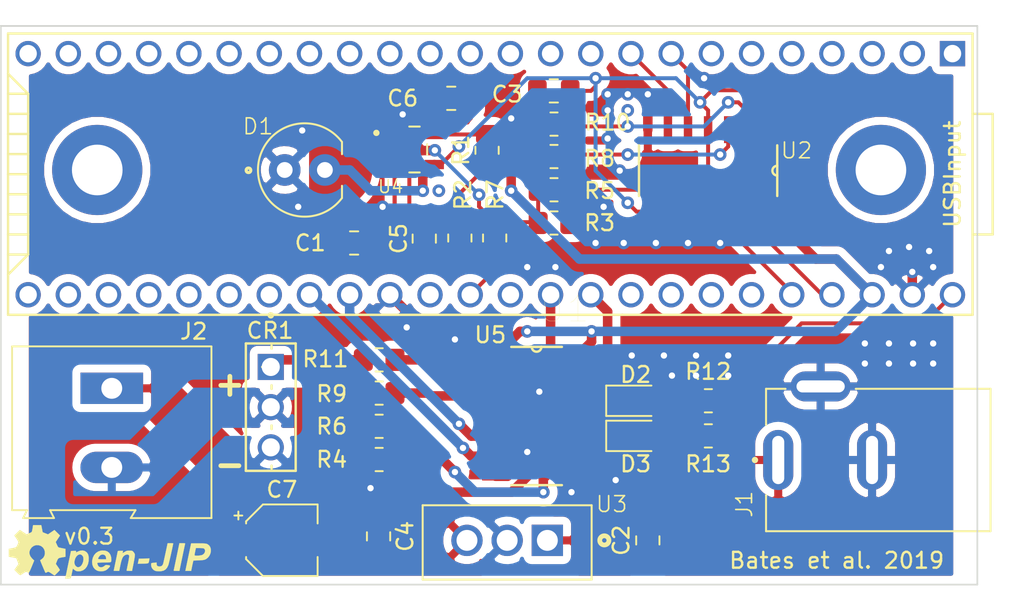
<source format=kicad_pcb>
(kicad_pcb (version 20171130) (host pcbnew "(5.1.8-0-10_14)")
  (layers (0 F.Cu signal) (31 B.Cu signal) (34 B.Paste user) (35 F.Paste user) (36 B.SilkS user) (37 F.SilkS user) (38 B.Mask user) (39 F.Mask user) (44 Edge.Cuts user))
  (net 0 "")
  (net 1 "Net-(C1-Pad2)")
  (net 2 GNDA)
  (net 3 GND)
  (net 4 /Out)
  (net 5 /-IN)
  (net 6 "Net-(C4-Pad2)")
  (net 7 "Net-(C5-Pad2)")
  (net 8 +3V3)
  (net 9 "Net-(C7-Pad2)")
  (net 10 /TrigOut)
  (net 11 "Net-(D2-Pad2)")
  (net 12 "Net-(R3-Pad2)")
  (net 13 "Net-(R4-Pad2)")
  (net 14 "Net-(R5-Pad2)")
  (net 15 "Net-(R6-Pad2)")
  (net 16 FluoroRead)
  (net 17 "Net-(R8-Pad2)")
  (net 18 "Net-(R9-Pad2)")
  (net 19 "Net-(R10-Pad2)")
  (net 20 "Net-(R11-Pad2)")
  (net 21 +5V)
  (net 22 ActinicGain2)
  (net 23 ActinicGain3)
  (net 24 ActinicGain4)
  (net 25 ActinicGain1)
  (net 26 FluoroGain1)
  (net 27 FluoroGain4)
  (net 28 FluoroGain3)
  (net 29 FluoroGain2)
  (net 30 "Net-(U5-Pad17)")
  (net 31 "Net-(U5-Pad18)")
  (net 32 "Net-(U5-Pad19)")
  (net 33 "Net-(U5-Pad20)")
  (net 34 "Net-(U5-Pad16)")
  (net 35 "Net-(U5-Pad15)")
  (net 36 "Net-(U5-Pad14)")
  (net 37 "Net-(U5-Pad21)")
  (net 38 "Net-(U5-Pad22)")
  (net 39 "Net-(U5-Pad23)")
  (net 40 "Net-(U5-Pad24)")
  (net 41 "Net-(U5-Pad30)")
  (net 42 "Net-(U5-Pad31)")
  (net 43 "Net-(U5-Pad36)")
  (net 44 "Net-(U5-Pad13)")
  (net 45 "Net-(U5-Pad12)")
  (net 46 "Net-(U5-Pad11)")
  (net 47 "Net-(U5-Pad6)")
  (net 48 "Net-(U5-Pad5)")
  (net 49 "Net-(U5-Pad4)")
  (net 50 "Net-(U5-Pad3)")
  (net 51 "Net-(U5-Pad2)")
  (net 52 "Net-(U5-Pad1)")
  (net 53 "Net-(U5-Pad40)")
  (net 54 "Net-(U5-Pad42)")
  (net 55 "Net-(U5-Pad45)")
  (net 56 "Net-(U5-Pad46)")
  (net 57 "Net-(U5-Pad47)")
  (net 58 "Net-(U5-Pad48)")
  (net 59 +15V)
  (net 60 "Net-(D3-Pad2)")
  (net 61 "Net-(U5-Pad10)")
  (net 62 "Net-(U5-Pad7)")
  (net 63 "Net-(U5-Pad32)")
  (net 64 "Net-(U5-Pad35)")
  (net 65 "Net-(U5-Pad33)")
  (net 66 "Net-(U5-Pad34)")
  (module Silkscreen_Images:Open-JIP_Logo (layer F.Cu) (at 136.144 106.172)
    (fp_text reference G*** hide)
    (fp_text value LOGO hide)
  )
  (module MountingHole:MountingHole_3.2mm_M3_ISO7380_Pad (layer F.Cu) (at 184.912 82)
    (fp_text reference REF** hide)
    (fp_text value MountingHole_3.2mm_M3_ISO7380_Pad hide)
    (pad 1 thru_hole circle (at 0 0) (size 5.7 5.7) (drill 3.2) (layers *.Cu *.Mask))
  )
  (module Teensy:Teensy35_36 (layer F.Cu) (at 160.225001 82.265001 180)
    (fp_text reference U5 (at 0 -10.16) (layer F.SilkS))
    (fp_text value Teensy3.6)
    (fp_text user USBInput (at -29.21 0 90) (layer F.SilkS))
    (pad 17 thru_hole circle (at 11.43 7.62 180) (size 1.6 1.6) (drill 1.1) (layers *.Cu *.Mask) (net 30 "Net-(U5-Pad17)"))
    (pad 18 thru_hole circle (at 13.97 7.62 180) (size 1.6 1.6) (drill 1.1) (layers *.Cu *.Mask) (net 31 "Net-(U5-Pad18)"))
    (pad 19 thru_hole circle (at 16.51 7.62 180) (size 1.6 1.6) (drill 1.1) (layers *.Cu *.Mask) (net 32 "Net-(U5-Pad19)"))
    (pad 20 thru_hole circle (at 19.05 7.62 180) (size 1.6 1.6) (drill 1.1) (layers *.Cu *.Mask) (net 33 "Net-(U5-Pad20)"))
    (pad 16 thru_hole circle (at 8.89 7.62 180) (size 1.6 1.6) (drill 1.1) (layers *.Cu *.Mask) (net 34 "Net-(U5-Pad16)"))
    (pad 15 thru_hole circle (at 6.35 7.62 180) (size 1.6 1.6) (drill 1.1) (layers *.Cu *.Mask) (net 35 "Net-(U5-Pad15)"))
    (pad 14 thru_hole circle (at 3.81 7.62 180) (size 1.6 1.6) (drill 1.1) (layers *.Cu *.Mask) (net 36 "Net-(U5-Pad14)"))
    (pad 21 thru_hole circle (at 21.59 7.62 180) (size 1.6 1.6) (drill 1.1) (layers *.Cu *.Mask) (net 37 "Net-(U5-Pad21)"))
    (pad 22 thru_hole circle (at 24.13 7.62 180) (size 1.6 1.6) (drill 1.1) (layers *.Cu *.Mask) (net 38 "Net-(U5-Pad22)"))
    (pad 23 thru_hole circle (at 26.67 7.62 180) (size 1.6 1.6) (drill 1.1) (layers *.Cu *.Mask) (net 39 "Net-(U5-Pad23)"))
    (pad 24 thru_hole circle (at 29.21 7.62 180) (size 1.6 1.6) (drill 1.1) (layers *.Cu *.Mask) (net 40 "Net-(U5-Pad24)"))
    (pad 30 thru_hole circle (at 29.21 -7.62 180) (size 1.6 1.6) (drill 1.1) (layers *.Cu *.Mask) (net 41 "Net-(U5-Pad30)"))
    (pad 31 thru_hole circle (at 26.67 -7.62 180) (size 1.6 1.6) (drill 1.1) (layers *.Cu *.Mask) (net 42 "Net-(U5-Pad31)"))
    (pad 32 thru_hole circle (at 24.13 -7.62 180) (size 1.6 1.6) (drill 1.1) (layers *.Cu *.Mask) (net 63 "Net-(U5-Pad32)"))
    (pad 33 thru_hole circle (at 21.59 -7.62 180) (size 1.6 1.6) (drill 1.1) (layers *.Cu *.Mask) (net 65 "Net-(U5-Pad33)"))
    (pad 34 thru_hole circle (at 19.05 -7.62 180) (size 1.6 1.6) (drill 1.1) (layers *.Cu *.Mask) (net 66 "Net-(U5-Pad34)"))
    (pad 35 thru_hole circle (at 16.51 -7.62 180) (size 1.6 1.6) (drill 1.1) (layers *.Cu *.Mask) (net 64 "Net-(U5-Pad35)"))
    (pad 36 thru_hole circle (at 13.97 -7.62 180) (size 1.6 1.6) (drill 1.1) (layers *.Cu *.Mask) (net 43 "Net-(U5-Pad36)"))
    (pad 37 thru_hole circle (at 11.43 -7.62 180) (size 1.6 1.6) (drill 1.1) (layers *.Cu *.Mask) (net 23 ActinicGain3))
    (pad 13 thru_hole circle (at 1.27 7.62 180) (size 1.6 1.6) (drill 1.1) (layers *.Cu *.Mask) (net 44 "Net-(U5-Pad13)"))
    (pad 12 thru_hole circle (at -1.27 7.62 180) (size 1.6 1.6) (drill 1.1) (layers *.Cu *.Mask) (net 45 "Net-(U5-Pad12)"))
    (pad 11 thru_hole circle (at -3.81 7.62 180) (size 1.6 1.6) (drill 1.1) (layers *.Cu *.Mask) (net 46 "Net-(U5-Pad11)"))
    (pad 10 thru_hole circle (at -6.35 7.62 180) (size 1.6 1.6) (drill 1.1) (layers *.Cu *.Mask) (net 61 "Net-(U5-Pad10)"))
    (pad 9 thru_hole circle (at -8.89 7.62 180) (size 1.6 1.6) (drill 1.1) (layers *.Cu *.Mask) (net 28 FluoroGain3))
    (pad 8 thru_hole circle (at -11.43 7.62 180) (size 1.6 1.6) (drill 1.1) (layers *.Cu *.Mask) (net 29 FluoroGain2))
    (pad 7 thru_hole circle (at -13.97 7.62 180) (size 1.6 1.6) (drill 1.1) (layers *.Cu *.Mask) (net 62 "Net-(U5-Pad7)"))
    (pad 6 thru_hole circle (at -16.51 7.62 180) (size 1.6 1.6) (drill 1.1) (layers *.Cu *.Mask) (net 47 "Net-(U5-Pad6)"))
    (pad 5 thru_hole circle (at -19.05 7.62 180) (size 1.6 1.6) (drill 1.1) (layers *.Cu *.Mask) (net 48 "Net-(U5-Pad5)"))
    (pad 4 thru_hole circle (at -21.59 7.62 180) (size 1.6 1.6) (drill 1.1) (layers *.Cu *.Mask) (net 49 "Net-(U5-Pad4)"))
    (pad 3 thru_hole circle (at -24.13 7.62 180) (size 1.6 1.6) (drill 1.1) (layers *.Cu *.Mask) (net 50 "Net-(U5-Pad3)"))
    (pad 2 thru_hole circle (at -26.67 7.62 180) (size 1.6 1.6) (drill 1.1) (layers *.Cu *.Mask) (net 51 "Net-(U5-Pad2)"))
    (pad 1 thru_hole rect (at -29.21 7.62 180) (size 1.6 1.6) (drill 1.1) (layers *.Cu *.Mask) (net 52 "Net-(U5-Pad1)"))
    (pad 38 thru_hole circle (at 8.89 -7.62 180) (size 1.6 1.6) (drill 1.1) (layers *.Cu *.Mask) (net 22 ActinicGain2))
    (pad 39 thru_hole circle (at 6.35 -7.62 180) (size 1.6 1.6) (drill 1.1) (layers *.Cu *.Mask) (net 3 GND))
    (pad 40 thru_hole circle (at 3.81 -7.62 180) (size 1.6 1.6) (drill 1.1) (layers *.Cu *.Mask) (net 53 "Net-(U5-Pad40)"))
    (pad 41 thru_hole circle (at 1.27 -7.62 180) (size 1.6 1.6) (drill 1.1) (layers *.Cu *.Mask) (net 16 FluoroRead))
    (pad 42 thru_hole circle (at -1.27 -7.62 180) (size 1.6 1.6) (drill 1.1) (layers *.Cu *.Mask) (net 54 "Net-(U5-Pad42)"))
    (pad 43 thru_hole circle (at -3.81 -7.62 180) (size 1.6 1.6) (drill 1.1) (layers *.Cu *.Mask) (net 25 ActinicGain1))
    (pad 44 thru_hole circle (at -6.35 -7.62 180) (size 1.6 1.6) (drill 1.1) (layers *.Cu *.Mask) (net 24 ActinicGain4))
    (pad 45 thru_hole circle (at -8.89 -7.62 180) (size 1.6 1.6) (drill 1.1) (layers *.Cu *.Mask) (net 55 "Net-(U5-Pad45)"))
    (pad 46 thru_hole circle (at -11.43 -7.62 180) (size 1.6 1.6) (drill 1.1) (layers *.Cu *.Mask) (net 56 "Net-(U5-Pad46)"))
    (pad 47 thru_hole circle (at -13.97 -7.62 180) (size 1.6 1.6) (drill 1.1) (layers *.Cu *.Mask) (net 57 "Net-(U5-Pad47)"))
    (pad 48 thru_hole circle (at -16.51 -7.62 180) (size 1.6 1.6) (drill 1.1) (layers *.Cu *.Mask) (net 58 "Net-(U5-Pad48)"))
    (pad 49 thru_hole circle (at -19.05 -7.62 180) (size 1.6 1.6) (drill 1.1) (layers *.Cu *.Mask) (net 27 FluoroGain4))
    (pad 50 thru_hole circle (at -21.59 -7.62 180) (size 1.6 1.6) (drill 1.1) (layers *.Cu *.Mask) (net 26 FluoroGain1))
    (pad 51 thru_hole circle (at -24.13 -7.62 180) (size 1.6 1.6) (drill 1.1) (layers *.Cu *.Mask) (net 8 +3V3))
    (pad 52 thru_hole circle (at -26.67 -7.62 180) (size 1.6 1.6) (drill 1.1) (layers *.Cu *.Mask) (net 2 GNDA))
    (pad 53 thru_hole circle (at -29.21 -7.62 180) (size 1.6 1.6) (drill 1.1) (layers *.Cu *.Mask) (net 21 +5V))
  )
  (module MountingHole:MountingHole_3.2mm_M3_ISO7380_Pad (layer F.Cu) (at 135.382 82)
    (fp_text reference REF** hide)
    (fp_text value MountingHole_3.2mm_M3_ISO7380_Pad hide)
    (pad 1 thru_hole circle (at 0 0) (size 5.7 5.7) (drill 3.2) (layers *.Cu *.Mask))
  )
  (module Additional-parts:DCJack_MPD_EJ503A (layer F.Cu) (at 181.102 100.33 90)
    (fp_text reference J1 (at -2.794 -4.826 90) (layer F.SilkS) (effects (font (thickness 0.1))))
    (fp_text value EJ503A)
    (pad 1 thru_hole oval (at 0 -2.68 90) (size 3.8 1.9) (drill oval 3.05 0.76) (layers *.Cu *.Mask) (net 59 +15V))
    (pad 2 thru_hole oval (at 0 3.25 90) (size 3.8 1.9) (drill oval 3.05 0.76) (layers *.Cu *.Mask) (net 3 GND))
    (pad 3 thru_hole oval (at 4.65 0 90) (size 1.9 3.8) (drill oval 0.76 3.05) (layers *.Cu *.Mask) (net 3 GND))
  )
  (module Resistor_SMD:R_0805_2012Metric_Pad1.20x1.40mm_HandSolder (layer F.Cu) (at 174.006 98.806 180)
    (fp_text reference R13 (at 0.016 -1.778) (layer F.SilkS))
    (fp_text value 15K)
    (pad 2 smd roundrect (at 1 0 180) (size 1.2 1.4) (layers F.Cu F.Paste F.Mask) (roundrect_rratio 0.208333) (net 60 "Net-(D3-Pad2)"))
    (pad 1 smd roundrect (at -1 0 180) (size 1.2 1.4) (layers F.Cu F.Paste F.Mask) (roundrect_rratio 0.208333) (net 59 +15V))
  )
  (module LED_SMD:LED_0805_2012Metric_Pad1.15x1.40mm_HandSolder (layer F.Cu) (at 169.409 98.806)
    (fp_text reference D3 (at 0 1.778) (layer F.SilkS))
    (fp_text value LED)
    (pad 2 smd roundrect (at 1.025 0) (size 1.15 1.4) (layers F.Cu F.Paste F.Mask) (roundrect_rratio 0.217391) (net 60 "Net-(D3-Pad2)"))
    (pad 1 smd roundrect (at -1.025 0) (size 1.15 1.4) (layers F.Cu F.Paste F.Mask) (roundrect_rratio 0.217391) (net 3 GND))
  )
  (module Capacitor_SMD:C_0805_2012Metric_Pad1.18x1.45mm_HandSolder (layer F.Cu) (at 151.6165 86.614)
    (fp_text reference C1 (at -2.7725 0) (layer F.SilkS))
    (fp_text value 100nF)
    (pad 2 smd roundrect (at 1.0375 0) (size 1.175 1.45) (layers F.Cu F.Paste F.Mask) (roundrect_rratio 0.212766) (net 1 "Net-(C1-Pad2)"))
    (pad 1 smd roundrect (at -1.0375 0) (size 1.175 1.45) (layers F.Cu F.Paste F.Mask) (roundrect_rratio 0.212766) (net 2 GNDA))
  )
  (module Capacitor_SMD:C_0805_2012Metric_Pad1.18x1.45mm_HandSolder (layer F.Cu) (at 170.18 105.41 90)
    (fp_text reference C2 (at 0 -1.68 90) (layer F.SilkS))
    (fp_text value 330nF)
    (pad 1 smd roundrect (at -1.0375 0 90) (size 1.175 1.45) (layers F.Cu F.Paste F.Mask) (roundrect_rratio 0.212766) (net 3 GND))
    (pad 2 smd roundrect (at 1.0375 0 90) (size 1.175 1.45) (layers F.Cu F.Paste F.Mask) (roundrect_rratio 0.212766) (net 59 +15V))
  )
  (module Capacitor_SMD:C_0805_2012Metric_Pad1.18x1.45mm_HandSolder (layer F.Cu) (at 164.2375 77)
    (fp_text reference C3 (at -2.9475 0.216) (layer F.SilkS))
    (fp_text value 1pF)
    (pad 1 smd roundrect (at -1.0375 0) (size 1.175 1.45) (layers F.Cu F.Paste F.Mask) (roundrect_rratio 0.212766) (net 4 /Out))
    (pad 2 smd roundrect (at 1.0375 0) (size 1.175 1.45) (layers F.Cu F.Paste F.Mask) (roundrect_rratio 0.212766) (net 5 /-IN))
  )
  (module Capacitor_SMD:C_0805_2012Metric_Pad1.18x1.45mm_HandSolder (layer F.Cu) (at 153.162 105.156 270)
    (fp_text reference C4 (at 0 -1.68 90) (layer F.SilkS))
    (fp_text value 100nF)
    (pad 2 smd roundrect (at 1.0375 0 270) (size 1.175 1.45) (layers F.Cu F.Paste F.Mask) (roundrect_rratio 0.212766) (net 6 "Net-(C4-Pad2)"))
    (pad 1 smd roundrect (at -1.0375 0 270) (size 1.175 1.45) (layers F.Cu F.Paste F.Mask) (roundrect_rratio 0.212766) (net 3 GND))
  )
  (module Capacitor_SMD:C_0805_2012Metric_Pad1.18x1.45mm_HandSolder (layer F.Cu) (at 156.05 86.3375 90)
    (fp_text reference C5 (at 0 -1.618 90) (layer F.SilkS))
    (fp_text value 100nF)
    (pad 2 smd roundrect (at 1.0375 0 90) (size 1.175 1.45) (layers F.Cu F.Paste F.Mask) (roundrect_rratio 0.212766) (net 7 "Net-(C5-Pad2)"))
    (pad 1 smd roundrect (at -1.0375 0 90) (size 1.175 1.45) (layers F.Cu F.Paste F.Mask) (roundrect_rratio 0.212766) (net 2 GNDA))
  )
  (module Capacitor_SMD:C_0805_2012Metric_Pad1.18x1.45mm_HandSolder (layer F.Cu) (at 157.7555 77.47 180)
    (fp_text reference C6 (at 3.0695 0) (layer F.SilkS))
    (fp_text value 100nF)
    (pad 1 smd roundrect (at -1.0375 0 180) (size 1.175 1.45) (layers F.Cu F.Paste F.Mask) (roundrect_rratio 0.212766) (net 2 GNDA))
    (pad 2 smd roundrect (at 1.0375 0 180) (size 1.175 1.45) (layers F.Cu F.Paste F.Mask) (roundrect_rratio 0.212766) (net 8 +3V3))
  )
  (module Capacitor_SMD:CP_Elec_4x5.4 (layer F.Cu) (at 147.05 105.4)
    (fp_text reference C7 (at 0 -3.2) (layer F.SilkS))
    (fp_text value 1uF)
    (pad 1 smd roundrect (at -1.8 0) (size 2.6 1.6) (layers F.Cu F.Paste F.Mask) (roundrect_rratio 0.15625) (net 6 "Net-(C4-Pad2)"))
    (pad 2 smd roundrect (at 1.8 0) (size 2.6 1.6) (layers F.Cu F.Paste F.Mask) (roundrect_rratio 0.15625) (net 9 "Net-(C7-Pad2)"))
  )
  (module Additional-parts:BD681 (layer F.Cu) (at 146.35 94.45 270)
    (fp_text reference CR1 (at -2.3 0.05) (layer F.SilkS))
    (fp_text value BD681 hide)
    (fp_text user * (at 0 0 90) (layer F.SilkS))
    (pad 1 thru_hole rect (at 0 0 270) (size 1.651 1.651) (drill 1.143) (layers *.Cu *.Mask) (net 10 /TrigOut))
    (pad 2 thru_hole circle (at 2.54 0 270) (size 1.651 1.651) (drill 1.143) (layers *.Cu *.Mask) (net 9 "Net-(C7-Pad2)"))
    (pad 3 thru_hole circle (at 5.08 0 270) (size 1.651 1.651) (drill 1.143) (layers *.Cu *.Mask) (net 3 GND))
  )
  (module Additional-parts:SFH_213_FA (layer F.Cu) (at 148.5 82)
    (fp_text reference D1 (at -2.958 -2.752) (layer F.SilkS) (effects (font (thickness 0.1))))
    (fp_text value SFH_213_FA)
    (fp_poly (pts (xy 0.27 -0.06) (xy 0.27 -1.79) (xy 0.325072 -1.838669) (xy 0.369937 -1.876115) (xy 0.415724 -1.912427) (xy 0.462405 -1.947583) (xy 0.509951 -1.981559) (xy 0.558332 -2.014336) (xy 0.607517 -2.045893) (xy 0.657477 -2.076209) (xy 0.708179 -2.105266) (xy 0.759592 -2.133046) (xy 0.811684 -2.159531) (xy 0.864422 -2.184704) (xy 0.917774 -2.208551) (xy 0.971705 -2.231055) (xy 1.026182 -2.252204) (xy 1.081171 -2.271983) (xy 1.136638 -2.290381) (xy 1.192548 -2.307385) (xy 1.248865 -2.322986) (xy 1.305555 -2.337173) (xy 1.362582 -2.349937) (xy 1.419911 -2.361271) (xy 1.477505 -2.371168) (xy 1.535329 -2.37962) (xy 1.593346 -2.386624) (xy 1.65152 -2.392174) (xy 1.709815 -2.396268) (xy 1.768193 -2.398902) (xy 1.82662 -2.400075) (xy 1.87 -2.4) (xy 1.895 -2.4) (xy 2.027992 -2.394465) (xy 2.152129 -2.382621) (xy 2.275487 -2.364368) (xy 2.397735 -2.339756) (xy 2.518545 -2.308849) (xy 2.637594 -2.271732) (xy 2.754563 -2.228503) (xy 2.869137 -2.179278) (xy 2.98101 -2.124189) (xy 3.089882 -2.063384) (xy 3.195461 -1.997026) (xy 3.297464 -1.925292) (xy 3.395618 -1.848376) (xy 3.48966 -1.766483) (xy 3.579337 -1.679832) (xy 3.66441 -1.588656) (xy 3.744649 -1.493199) (xy 3.819841 -1.393718) (xy 3.889783 -1.290478) (xy 3.954289 -1.183757) (xy 4.013184 -1.073841) (xy 4.066312 -0.961023) (xy 4.11353 -0.845607) (xy 4.154711 -0.727902) (xy 4.189746 -0.608224) (xy 4.218539 -0.486892) (xy 4.241014 -0.364233) (xy 4.257111 -0.240576) (xy 4.266787 -0.11625) (xy 4.27 0) (xy 4.266787 0.11625) (xy 4.257111 0.240576) (xy 4.241014 0.364233) (xy 4.218539 0.486892) (xy 4.189746 0.608224) (xy 4.154711 0.727902) (xy 4.11353 0.845607) (xy 4.066312 0.961023) (xy 4.013184 1.073841) (xy 3.954289 1.183757) (xy 3.889783 1.290478) (xy 3.819841 1.393718) (xy 3.744649 1.493199) (xy 3.66441 1.588656) (xy 3.579337 1.679832) (xy 3.48966 1.766483) (xy 3.395618 1.848376) (xy 3.297464 1.925292) (xy 3.195461 1.997026) (xy 3.089882 2.063384) (xy 2.98101 2.124189) (xy 2.869137 2.179278) (xy 2.754563 2.228503) (xy 2.637594 2.271732) (xy 2.518545 2.308849) (xy 2.397735 2.339756) (xy 2.275487 2.364368) (xy 2.152129 2.382621) (xy 2.027992 2.394465) (xy 1.895 2.4) (xy 1.795 2.4) (xy 1.87 2.4) (xy 1.82662 2.400075) (xy 1.768193 2.398902) (xy 1.709815 2.396268) (xy 1.65152 2.392174) (xy 1.593346 2.386624) (xy 1.535329 2.37962) (xy 1.477505 2.371168) (xy 1.419911 2.361271) (xy 1.362582 2.349937) (xy 1.305555 2.337173) (xy 1.248865 2.322986) (xy 1.192548 2.307385) (xy 1.136638 2.290381) (xy 1.081171 2.271983) (xy 1.026182 2.252204) (xy 0.971705 2.231055) (xy 0.917774 2.208551) (xy 0.864422 2.184704) (xy 0.811684 2.159531) (xy 0.759592 2.133046) (xy 0.708179 2.105266) (xy 0.657477 2.076209) (xy 0.607517 2.045893) (xy 0.558332 2.014336) (xy 0.509951 1.981559) (xy 0.462405 1.947583) (xy 0.415724 1.912427) (xy 0.369937 1.876115) (xy 0.325072 1.838669) (xy 0.27 1.79) (xy 0.27 -0.06)) (layer F.Cu) (width 0.001))
    (pad 1 thru_hole circle (at -1.27 0) (size 2 2) (drill 1) (layers *.Cu) (net 2 GNDA))
    (pad 2 thru_hole circle (at 1.27 0) (size 2 2) (drill 1) (layers *.Cu) (net 5 /-IN))
  )
  (module LED_SMD:LED_0805_2012Metric_Pad1.15x1.40mm_HandSolder (layer F.Cu) (at 169.409 96.586)
    (fp_text reference D2 (at 0 -1.65) (layer F.SilkS))
    (fp_text value LED)
    (pad 1 smd roundrect (at -1.025 0) (size 1.15 1.4) (layers F.Cu F.Paste F.Mask) (roundrect_rratio 0.217391) (net 3 GND))
    (pad 2 smd roundrect (at 1.025 0) (size 1.15 1.4) (layers F.Cu F.Paste F.Mask) (roundrect_rratio 0.217391) (net 11 "Net-(D2-Pad2)"))
  )
  (module TerminalBlock:TerminalBlock_Altech_AK300-2_P5.00mm (layer F.Cu) (at 136.3 95.8 270)
    (fp_text reference J2 (at -3.598 -5.178) (layer F.SilkS))
    (fp_text value Screw_Terminal_01x02 hide)
    (pad 1 thru_hole rect (at 0 0 270) (size 1.98 3.96) (drill 1.32) (layers *.Cu *.Mask) (net 6 "Net-(C4-Pad2)"))
    (pad 2 thru_hole oval (at 5 0 270) (size 1.98 3.96) (drill 1.32) (layers *.Cu *.Mask) (net 9 "Net-(C7-Pad2)"))
  )
  (module Resistor_SMD:R_0805_2012Metric_Pad1.20x1.40mm_HandSolder (layer F.Cu) (at 160.02 80.756 90)
    (fp_text reference R1 (at 0 -1.65 90) (layer F.SilkS))
    (fp_text value 20K)
    (pad 1 smd roundrect (at -1 0 90) (size 1.2 1.4) (layers F.Cu F.Paste F.Mask) (roundrect_rratio 0.208333) (net 1 "Net-(C1-Pad2)"))
    (pad 2 smd roundrect (at 1 0 90) (size 1.2 1.4) (layers F.Cu F.Paste F.Mask) (roundrect_rratio 0.208333) (net 8 +3V3))
  )
  (module Resistor_SMD:R_0805_2012Metric_Pad1.20x1.40mm_HandSolder (layer F.Cu) (at 158.3 86.3 90)
    (fp_text reference R2 (at 2.734 0.196 90) (layer F.SilkS))
    (fp_text value 5)
    (pad 2 smd roundrect (at 1 0 90) (size 1.2 1.4) (layers F.Cu F.Paste F.Mask) (roundrect_rratio 0.208333) (net 1 "Net-(C1-Pad2)"))
    (pad 1 smd roundrect (at -1 0 90) (size 1.2 1.4) (layers F.Cu F.Paste F.Mask) (roundrect_rratio 0.208333) (net 2 GNDA))
  )
  (module Resistor_SMD:R_0805_2012Metric_Pad1.20x1.40mm_HandSolder (layer F.Cu) (at 164.25 85.35)
    (fp_text reference R3 (at 2.882 -0.006) (layer F.SilkS))
    (fp_text value 3.9M)
    (pad 1 smd roundrect (at -1 0) (size 1.2 1.4) (layers F.Cu F.Paste F.Mask) (roundrect_rratio 0.208333) (net 4 /Out))
    (pad 2 smd roundrect (at 1 0) (size 1.2 1.4) (layers F.Cu F.Paste F.Mask) (roundrect_rratio 0.208333) (net 12 "Net-(R3-Pad2)"))
  )
  (module Resistor_SMD:R_0805_2012Metric_Pad1.20x1.40mm_HandSolder (layer F.Cu) (at 153.2 100.3)
    (fp_text reference R4 (at -3 0) (layer F.SilkS))
    (fp_text value 8.2K)
    (pad 2 smd roundrect (at 1 0) (size 1.2 1.4) (layers F.Cu F.Paste F.Mask) (roundrect_rratio 0.208333) (net 13 "Net-(R4-Pad2)"))
    (pad 1 smd roundrect (at -1 0) (size 1.2 1.4) (layers F.Cu F.Paste F.Mask) (roundrect_rratio 0.208333) (net 10 /TrigOut))
  )
  (module Resistor_SMD:R_0805_2012Metric_Pad1.20x1.40mm_HandSolder (layer F.Cu) (at 164.25 83.25)
    (fp_text reference R5 (at 2.882 0.062) (layer F.SilkS))
    (fp_text value 3.3M)
    (pad 2 smd roundrect (at 1 0) (size 1.2 1.4) (layers F.Cu F.Paste F.Mask) (roundrect_rratio 0.208333) (net 14 "Net-(R5-Pad2)"))
    (pad 1 smd roundrect (at -1 0) (size 1.2 1.4) (layers F.Cu F.Paste F.Mask) (roundrect_rratio 0.208333) (net 4 /Out))
  )
  (module Resistor_SMD:R_0805_2012Metric_Pad1.20x1.40mm_HandSolder (layer F.Cu) (at 153.2 98.2)
    (fp_text reference R6 (at -3 0) (layer F.SilkS))
    (fp_text value 6.8K)
    (pad 1 smd roundrect (at -1 0) (size 1.2 1.4) (layers F.Cu F.Paste F.Mask) (roundrect_rratio 0.208333) (net 10 /TrigOut))
    (pad 2 smd roundrect (at 1 0) (size 1.2 1.4) (layers F.Cu F.Paste F.Mask) (roundrect_rratio 0.208333) (net 15 "Net-(R6-Pad2)"))
  )
  (module Resistor_SMD:R_0805_2012Metric_Pad1.20x1.40mm_HandSolder (layer F.Cu) (at 160.5 86.3 90)
    (fp_text reference R7 (at 2.734 0.028 90) (layer F.SilkS))
    (fp_text value 47)
    (pad 1 smd roundrect (at -1 0 90) (size 1.2 1.4) (layers F.Cu F.Paste F.Mask) (roundrect_rratio 0.208333) (net 16 FluoroRead))
    (pad 2 smd roundrect (at 1 0 90) (size 1.2 1.4) (layers F.Cu F.Paste F.Mask) (roundrect_rratio 0.208333) (net 4 /Out))
  )
  (module Resistor_SMD:R_0805_2012Metric_Pad1.20x1.40mm_HandSolder (layer F.Cu) (at 164.25 81.15)
    (fp_text reference R8 (at 2.882 0.13) (layer F.SilkS))
    (fp_text value 2.3M)
    (pad 1 smd roundrect (at -1 0) (size 1.2 1.4) (layers F.Cu F.Paste F.Mask) (roundrect_rratio 0.208333) (net 4 /Out))
    (pad 2 smd roundrect (at 1 0) (size 1.2 1.4) (layers F.Cu F.Paste F.Mask) (roundrect_rratio 0.208333) (net 17 "Net-(R8-Pad2)"))
  )
  (module Resistor_SMD:R_0805_2012Metric_Pad1.20x1.40mm_HandSolder (layer F.Cu) (at 153.2 96.1)
    (fp_text reference R9 (at -3 0.05) (layer F.SilkS))
    (fp_text value 5.1K)
    (pad 1 smd roundrect (at -1 0) (size 1.2 1.4) (layers F.Cu F.Paste F.Mask) (roundrect_rratio 0.208333) (net 10 /TrigOut))
    (pad 2 smd roundrect (at 1 0) (size 1.2 1.4) (layers F.Cu F.Paste F.Mask) (roundrect_rratio 0.208333) (net 18 "Net-(R9-Pad2)"))
  )
  (module Resistor_SMD:R_0805_2012Metric_Pad1.20x1.40mm_HandSolder (layer F.Cu) (at 164.25 79.1)
    (fp_text reference R10 (at 3.39 -0.106) (layer F.SilkS))
    (fp_text value 1M)
    (pad 2 smd roundrect (at 1 0) (size 1.2 1.4) (layers F.Cu F.Paste F.Mask) (roundrect_rratio 0.208333) (net 19 "Net-(R10-Pad2)"))
    (pad 1 smd roundrect (at -1 0) (size 1.2 1.4) (layers F.Cu F.Paste F.Mask) (roundrect_rratio 0.208333) (net 4 /Out))
  )
  (module Resistor_SMD:R_0805_2012Metric_Pad1.20x1.40mm_HandSolder (layer F.Cu) (at 153.2 94)
    (fp_text reference R11 (at -3.4 -0.05) (layer F.SilkS))
    (fp_text value 4.3K)
    (pad 2 smd roundrect (at 1 0) (size 1.2 1.4) (layers F.Cu F.Paste F.Mask) (roundrect_rratio 0.208333) (net 20 "Net-(R11-Pad2)"))
    (pad 1 smd roundrect (at -1 0) (size 1.2 1.4) (layers F.Cu F.Paste F.Mask) (roundrect_rratio 0.208333) (net 10 /TrigOut))
  )
  (module Resistor_SMD:R_0805_2012Metric_Pad1.20x1.40mm_HandSolder (layer F.Cu) (at 174.006 96.586 180)
    (fp_text reference R12 (at 0.016 1.844) (layer F.SilkS))
    (fp_text value 1K)
    (pad 2 smd roundrect (at 1 0 180) (size 1.2 1.4) (layers F.Cu F.Paste F.Mask) (roundrect_rratio 0.208333) (net 11 "Net-(D2-Pad2)"))
    (pad 1 smd roundrect (at -1 0 180) (size 1.2 1.4) (layers F.Cu F.Paste F.Mask) (roundrect_rratio 0.208333) (net 21 +5V))
  )
  (module Additional-parts:SOIC127P600X175-14N (layer F.Cu) (at 163.15 97.55)
    (fp_text reference U1 (at 1.754745 -6.764665) (layer F.SilkS) (effects (font (size 1.642008 1.642008) (thickness 0.015))))
    (fp_text value 74HC4066D,653 hide)
    (pad 1 smd rect (at -2.5908 -3.81) (size 1.7018 0.5334) (layers F.Cu F.Paste F.Mask) (net 8 +3V3))
    (pad 2 smd rect (at -2.5908 -2.54) (size 1.7018 0.5334) (layers F.Cu F.Paste F.Mask) (net 20 "Net-(R11-Pad2)"))
    (pad 3 smd rect (at -2.5908 -1.27) (size 1.7018 0.5334) (layers F.Cu F.Paste F.Mask) (net 18 "Net-(R9-Pad2)"))
    (pad 4 smd rect (at -2.5908 0) (size 1.7018 0.5334) (layers F.Cu F.Paste F.Mask) (net 8 +3V3))
    (pad 5 smd rect (at -2.5908 1.27) (size 1.7018 0.5334) (layers F.Cu F.Paste F.Mask) (net 22 ActinicGain2))
    (pad 6 smd rect (at -2.5908 2.54) (size 1.7018 0.5334) (layers F.Cu F.Paste F.Mask) (net 23 ActinicGain3))
    (pad 7 smd rect (at -2.5908 3.81) (size 1.7018 0.5334) (layers F.Cu F.Paste F.Mask) (net 3 GND))
    (pad 8 smd rect (at 2.5908 3.81) (size 1.7018 0.5334) (layers F.Cu F.Paste F.Mask) (net 8 +3V3))
    (pad 9 smd rect (at 2.5908 2.54) (size 1.7018 0.5334) (layers F.Cu F.Paste F.Mask) (net 15 "Net-(R6-Pad2)"))
    (pad 10 smd rect (at 2.5908 1.27) (size 1.7018 0.5334) (layers F.Cu F.Paste F.Mask) (net 13 "Net-(R4-Pad2)"))
    (pad 11 smd rect (at 2.5908 0) (size 1.7018 0.5334) (layers F.Cu F.Paste F.Mask) (net 8 +3V3))
    (pad 12 smd rect (at 2.5908 -1.27) (size 1.7018 0.5334) (layers F.Cu F.Paste F.Mask) (net 24 ActinicGain4))
    (pad 13 smd rect (at 2.5908 -2.54) (size 1.7018 0.5334) (layers F.Cu F.Paste F.Mask) (net 25 ActinicGain1))
    (pad 14 smd rect (at 2.5908 -3.81) (size 1.7018 0.5334) (layers F.Cu F.Paste F.Mask) (net 8 +3V3))
  )
  (module Additional-parts:SOIC127P600X175-14N (layer F.Cu) (at 173.99 82.042 270)
    (fp_text reference U2 (at -1.27 -5.588 180) (layer F.SilkS) (effects (font (thickness 0.1))))
    (fp_text value 74HC4066D,653 hide)
    (pad 14 smd rect (at 2.5908 -3.81 270) (size 1.7018 0.5334) (layers F.Cu F.Paste F.Mask) (net 8 +3V3))
    (pad 13 smd rect (at 2.5908 -2.54 270) (size 1.7018 0.5334) (layers F.Cu F.Paste F.Mask) (net 26 FluoroGain1))
    (pad 12 smd rect (at 2.5908 -1.27 270) (size 1.7018 0.5334) (layers F.Cu F.Paste F.Mask) (net 27 FluoroGain4))
    (pad 11 smd rect (at 2.5908 0 270) (size 1.7018 0.5334) (layers F.Cu F.Paste F.Mask) (net 5 /-IN))
    (pad 10 smd rect (at 2.5908 1.27 270) (size 1.7018 0.5334) (layers F.Cu F.Paste F.Mask) (net 12 "Net-(R3-Pad2)"))
    (pad 9 smd rect (at 2.5908 2.54 270) (size 1.7018 0.5334) (layers F.Cu F.Paste F.Mask) (net 14 "Net-(R5-Pad2)"))
    (pad 8 smd rect (at 2.5908 3.81 270) (size 1.7018 0.5334) (layers F.Cu F.Paste F.Mask) (net 5 /-IN))
    (pad 7 smd rect (at -2.5908 3.81 270) (size 1.7018 0.5334) (layers F.Cu F.Paste F.Mask) (net 2 GNDA))
    (pad 6 smd rect (at -2.5908 2.54 270) (size 1.7018 0.5334) (layers F.Cu F.Paste F.Mask) (net 28 FluoroGain3))
    (pad 5 smd rect (at -2.5908 1.27 270) (size 1.7018 0.5334) (layers F.Cu F.Paste F.Mask) (net 29 FluoroGain2))
    (pad 4 smd rect (at -2.5908 0 270) (size 1.7018 0.5334) (layers F.Cu F.Paste F.Mask) (net 5 /-IN))
    (pad 3 smd rect (at -2.5908 -1.27 270) (size 1.7018 0.5334) (layers F.Cu F.Paste F.Mask) (net 17 "Net-(R8-Pad2)"))
    (pad 2 smd rect (at -2.5908 -2.54 270) (size 1.7018 0.5334) (layers F.Cu F.Paste F.Mask) (net 19 "Net-(R10-Pad2)"))
    (pad 1 smd rect (at -2.5908 -3.81 270) (size 1.7018 0.5334) (layers F.Cu F.Paste F.Mask) (net 5 /-IN))
  )
  (module TO253P1067X470X2040-3 (layer F.Cu) (at 163.83 105.41 180)
    (fp_text reference U3 (at -4.064 2.286) (layer F.SilkS) (effects (font (size 1.000094 1.000094) (thickness 0.1))))
    (fp_text value KA7812ETU hide)
    (pad 1 thru_hole rect (at 0 0 180) (size 1.98 1.98) (drill 1.32) (layers *.Cu *.Mask) (net 59 +15V))
    (pad 2 thru_hole circle (at 2.54 0 180) (size 1.98 1.98) (drill 1.32) (layers *.Cu *.Mask) (net 3 GND))
    (pad 3 thru_hole circle (at 5.08 0 180) (size 1.98 1.98) (drill 1.32) (layers *.Cu *.Mask) (net 6 "Net-(C4-Pad2)"))
  )
  (module Additional-parts:SOT95P280X145-5N (layer F.Cu) (at 155.433 80.706)
    (fp_text reference U4 (at -1.509 2.352) (layer F.SilkS) (effects (font (size 0.8 0.8) (thickness 0.1))))
    (fp_text value OPA320AIDBVT)
    (pad 1 smd rect (at -1.255 -0.95) (size 1.21 0.59) (layers F.Cu F.Paste F.Mask) (net 4 /Out))
    (pad 2 smd rect (at -1.255 0) (size 1.21 0.59) (layers F.Cu F.Paste F.Mask) (net 7 "Net-(C5-Pad2)"))
    (pad 3 smd rect (at -1.255 0.95) (size 1.21 0.59) (layers F.Cu F.Paste F.Mask) (net 1 "Net-(C1-Pad2)"))
    (pad 4 smd rect (at 1.255 0.95) (size 1.21 0.59) (layers F.Cu F.Paste F.Mask) (net 5 /-IN))
    (pad 5 smd rect (at 1.255 -0.95) (size 1.21 0.59) (layers F.Cu F.Paste F.Mask) (net 8 +3V3))
  )
  (gr_text v0.3 (at 134.874 105.156) (layer F.SilkS) (effects (font (size 1 1))))
  (gr_text "Bates et al. 2019" (at 182.118 106.68) (layer F.SilkS) (effects (font (size 1 1))))
  (gr_text - (at 143.764 100.584) (layer F.SilkS) (effects (font (size 1.5 1.5) (thickness 0.3))))
  (gr_text + (at 143.764 95.504) (layer F.SilkS) (effects (font (size 1.5 1.5) (thickness 0.3))))
  (gr_line (start 191.008 72.898) (end 129.286 72.898) (layer Edge.Cuts) (width 0.1))
  (gr_line (start 191.008 108.204) (end 191.008 72.898) (layer Edge.Cuts) (width 0.1))
  (gr_line (start 129.286 108.204) (end 191.008 108.204) (layer Edge.Cuts) (width 0.1))
  (gr_line (start 129.286 72.898) (end 129.286 108.204) (layer Edge.Cuts) (width 0.1))
  (via (at 156.972 83.312) (size 0.8) (drill 0.4) (layers F.Cu B.Cu) (net 0))
  (via (at 168.91 78.232) (size 0.8) (drill 0.4) (layers F.Cu B.Cu) (net 0))
  (segment (start 154.178 85.09) (end 152.654 86.614) (width 0.25) (layer F.Cu) (net 1))
  (segment (start 154.178 81.656) (end 154.178 85.09) (width 0.25) (layer F.Cu) (net 1))
  (segment (start 158.3 83.476) (end 160.02 81.756) (width 0.25) (layer F.Cu) (net 1))
  (segment (start 158.3 85.3) (end 158.3 83.476) (width 0.25) (layer F.Cu) (net 1))
  (segment (start 154.178 85.05369) (end 155.48431 86.36) (width 0.25) (layer F.Cu) (net 1))
  (segment (start 154.178 81.656) (end 154.178 85.05369) (width 0.25) (layer F.Cu) (net 1))
  (segment (start 157.24 86.36) (end 158.3 85.3) (width 0.25) (layer F.Cu) (net 1))
  (segment (start 155.48431 86.36) (end 157.24 86.36) (width 0.25) (layer F.Cu) (net 1))
  (via (at 170.18 77.216) (size 0.8) (drill 0.4) (layers F.Cu B.Cu) (net 2))
  (segment (start 170.18 79.4512) (end 170.18 77.216) (width 0.6) (layer F.Cu) (net 2))
  (segment (start 186.895001 89.885001) (end 186.895001 88.440999) (width 0.6) (layer F.Cu) (net 2))
  (segment (start 186.895001 88.440999) (end 186.895001 88.440999) (width 0.6) (layer F.Cu) (net 2))
  (via (at 186.895001 88.440999) (size 0.8) (drill 0.4) (layers F.Cu B.Cu) (net 2))
  (via (at 167.386 84.328) (size 0.8) (drill 0.4) (layers F.Cu B.Cu) (net 2))
  (via (at 166.878 86.614) (size 0.8) (drill 0.4) (layers F.Cu B.Cu) (net 2))
  (via (at 168.656 86.614) (size 0.8) (drill 0.4) (layers F.Cu B.Cu) (net 2))
  (via (at 170.688 86.614) (size 0.8) (drill 0.4) (layers F.Cu B.Cu) (net 2))
  (via (at 172.72 86.614) (size 0.8) (drill 0.4) (layers F.Cu B.Cu) (net 2))
  (via (at 174.752 86.614) (size 0.8) (drill 0.4) (layers F.Cu B.Cu) (net 2))
  (via (at 162.56 88.138) (size 0.8) (drill 0.4) (layers F.Cu B.Cu) (net 2))
  (via (at 164.338 88.138) (size 0.8) (drill 0.4) (layers F.Cu B.Cu) (net 2))
  (via (at 153.416 84.328) (size 0.8) (drill 0.4) (layers F.Cu B.Cu) (net 2))
  (via (at 148.082 84.328) (size 0.8) (drill 0.4) (layers F.Cu B.Cu) (net 2))
  (via (at 148.336 79.502) (size 0.8) (drill 0.4) (layers F.Cu B.Cu) (net 2))
  (via (at 154.686 78.486) (size 0.8) (drill 0.4) (layers F.Cu B.Cu) (net 2))
  (via (at 161.544 78.74) (size 0.8) (drill 0.4) (layers F.Cu B.Cu) (net 2))
  (via (at 167.64 77.216) (size 0.8) (drill 0.4) (layers F.Cu B.Cu) (net 2))
  (via (at 168.91 77.216) (size 0.8) (drill 0.4) (layers F.Cu B.Cu) (net 2))
  (via (at 167.64 78.232) (size 0.8) (drill 0.4) (layers F.Cu B.Cu) (net 2))
  (via (at 167.64 80.01) (size 0.8) (drill 0.4) (layers F.Cu B.Cu) (net 2))
  (via (at 168.402 82.042) (size 0.8) (drill 0.4) (layers F.Cu B.Cu) (net 2))
  (via (at 173.736 76.2) (size 0.8) (drill 0.4) (layers F.Cu B.Cu) (net 2))
  (via (at 184.912 88.138) (size 0.8) (drill 0.4) (layers F.Cu B.Cu) (net 2))
  (via (at 185.42 87.122) (size 0.8) (drill 0.4) (layers F.Cu B.Cu) (net 2))
  (via (at 186.69 86.868) (size 0.8) (drill 0.4) (layers F.Cu B.Cu) (net 2))
  (via (at 187.96 87.122) (size 0.8) (drill 0.4) (layers F.Cu B.Cu) (net 2))
  (via (at 188.214 88.138) (size 0.8) (drill 0.4) (layers F.Cu B.Cu) (net 2))
  (via (at 162.56 99.822) (size 0.8) (drill 0.4) (layers F.Cu B.Cu) (net 3))
  (segment (start 162.56 100.106802) (end 162.56 99.822) (width 0.6) (layer F.Cu) (net 3))
  (segment (start 161.306802 101.36) (end 162.56 100.106802) (width 0.6) (layer F.Cu) (net 3))
  (segment (start 160.5592 101.36) (end 161.306802 101.36) (width 0.6) (layer F.Cu) (net 3))
  (segment (start 153.875001 89.885001) (end 154.94 90.95) (width 0.6) (layer F.Cu) (net 3))
  (segment (start 154.94 90.95) (end 154.94 91.948) (width 0.6) (layer F.Cu) (net 3))
  (via (at 154.94 91.948) (size 0.8) (drill 0.4) (layers F.Cu B.Cu) (net 3))
  (via (at 168.148 101.6) (size 0.8) (drill 0.4) (layers F.Cu B.Cu) (net 3))
  (via (at 169.164 93.726) (size 0.8) (drill 0.4) (layers F.Cu B.Cu) (net 3))
  (via (at 171.196 93.726) (size 0.8) (drill 0.4) (layers F.Cu B.Cu) (net 3))
  (via (at 173.228 93.726) (size 0.8) (drill 0.4) (layers F.Cu B.Cu) (net 3))
  (via (at 175.26 93.726) (size 0.8) (drill 0.4) (layers F.Cu B.Cu) (net 3))
  (via (at 152.654 102.108) (size 0.8) (drill 0.4) (layers F.Cu B.Cu) (net 3))
  (via (at 157.988 92.71) (size 0.8) (drill 0.4) (layers F.Cu B.Cu) (net 3))
  (via (at 165.354 102.362) (size 0.8) (drill 0.4) (layers F.Cu B.Cu) (net 3))
  (via (at 171.704 94.996) (size 0.8) (drill 0.4) (layers F.Cu B.Cu) (net 3))
  (via (at 175.26 94.996) (size 0.8) (drill 0.4) (layers F.Cu B.Cu) (net 3))
  (via (at 173.228 94.996) (size 0.8) (drill 0.4) (layers F.Cu B.Cu) (net 3))
  (via (at 183.896 92.964) (size 0.8) (drill 0.4) (layers F.Cu B.Cu) (net 3))
  (via (at 185.42 92.964) (size 0.8) (drill 0.4) (layers F.Cu B.Cu) (net 3))
  (via (at 186.944 92.964) (size 0.8) (drill 0.4) (layers F.Cu B.Cu) (net 3))
  (via (at 188.214 92.964) (size 0.8) (drill 0.4) (layers F.Cu B.Cu) (net 3))
  (via (at 188.214 94.234) (size 0.8) (drill 0.4) (layers F.Cu B.Cu) (net 3))
  (via (at 186.944 94.234) (size 0.8) (drill 0.4) (layers F.Cu B.Cu) (net 3))
  (via (at 185.42 94.234) (size 0.8) (drill 0.4) (layers F.Cu B.Cu) (net 3))
  (via (at 183.896 94.234) (size 0.8) (drill 0.4) (layers F.Cu B.Cu) (net 3))
  (via (at 163.322 96.012) (size 0.8) (drill 0.4) (layers F.Cu B.Cu) (net 3))
  (via (at 159.512 83.566) (size 0.8) (drill 0.4) (layers F.Cu B.Cu) (net 4))
  (segment (start 156.718 80.772) (end 159.512 83.566) (width 0.25) (layer B.Cu) (net 4))
  (segment (start 159.512 84.312) (end 160.5 85.3) (width 0.25) (layer F.Cu) (net 4))
  (segment (start 159.512 83.566) (end 159.512 84.312) (width 0.25) (layer F.Cu) (net 4))
  (segment (start 163.2 85.3) (end 163.25 85.35) (width 0.25) (layer F.Cu) (net 4))
  (segment (start 160.5 85.3) (end 163.2 85.3) (width 0.25) (layer F.Cu) (net 4))
  (segment (start 163.25 77.05) (end 163.2 77) (width 0.25) (layer F.Cu) (net 4))
  (segment (start 163.25 85.35) (end 163.25 77.05) (width 0.25) (layer F.Cu) (net 4))
  (segment (start 154.887998 79.756) (end 155.903998 80.772) (width 0.6) (layer F.Cu) (net 4))
  (segment (start 154.178 79.756) (end 154.887998 79.756) (width 0.6) (layer F.Cu) (net 4))
  (via (at 156.71815 80.756505) (size 0.8) (drill 0.4) (layers F.Cu B.Cu) (net 4))
  (segment (start 156.702655 80.772) (end 156.71815 80.756505) (width 0.6) (layer F.Cu) (net 4))
  (segment (start 155.903998 80.772) (end 156.702655 80.772) (width 0.6) (layer F.Cu) (net 4))
  (segment (start 156.688 81.656) (end 156.378 81.656) (width 0.25) (layer F.Cu) (net 5))
  (segment (start 156.688 81.656) (end 157.104 81.656) (width 0.25) (layer F.Cu) (net 5))
  (via (at 158.242 80.518) (size 0.8) (drill 0.4) (layers F.Cu B.Cu) (net 5))
  (segment (start 157.104 81.656) (end 158.242 80.518) (width 0.25) (layer F.Cu) (net 5))
  (segment (start 158.242 80.518) (end 162.56 76.2) (width 0.25) (layer B.Cu) (net 5))
  (via (at 166.878 76.2) (size 0.8) (drill 0.4) (layers F.Cu B.Cu) (net 5))
  (segment (start 162.56 76.2) (end 166.878 76.2) (width 0.25) (layer B.Cu) (net 5))
  (segment (start 166.878 76.2) (end 166.878 76.708) (width 0.25) (layer F.Cu) (net 5))
  (segment (start 166.586 77) (end 165.275 77) (width 0.25) (layer F.Cu) (net 5))
  (segment (start 166.878 76.708) (end 166.586 77) (width 0.25) (layer F.Cu) (net 5))
  (segment (start 173.99 79.4512) (end 173.99 78.232) (width 0.25) (layer F.Cu) (net 5))
  (via (at 173.482 77.724) (size 0.8) (drill 0.4) (layers F.Cu B.Cu) (net 5))
  (segment (start 173.99 78.232) (end 173.482 77.724) (width 0.25) (layer F.Cu) (net 5))
  (segment (start 171.958 76.2) (end 166.878 76.2) (width 0.25) (layer B.Cu) (net 5))
  (segment (start 173.482 77.724) (end 171.958 76.2) (width 0.25) (layer B.Cu) (net 5))
  (segment (start 173.99 84.6328) (end 173.99 79.4512) (width 0.25) (layer F.Cu) (net 5))
  (segment (start 177.8 80.2386) (end 177.8 79.4512) (width 0.25) (layer F.Cu) (net 5))
  (segment (start 173.99 84.0486) (end 177.8 80.2386) (width 0.25) (layer F.Cu) (net 5))
  (segment (start 173.99 84.6328) (end 173.99 84.0486) (width 0.25) (layer F.Cu) (net 5))
  (segment (start 170.18 84.6328) (end 169.4688 84.6328) (width 0.25) (layer F.Cu) (net 5))
  (via (at 168.91 84.074) (size 0.8) (drill 0.4) (layers F.Cu B.Cu) (net 5))
  (segment (start 169.4688 84.6328) (end 168.91 84.074) (width 0.25) (layer F.Cu) (net 5))
  (segment (start 166.878 82.042) (end 166.878 76.2) (width 0.25) (layer B.Cu) (net 5))
  (segment (start 168.91 84.074) (end 166.878 82.042) (width 0.25) (layer B.Cu) (net 5))
  (segment (start 177.8 78.3503) (end 176.4117 76.962) (width 0.25) (layer F.Cu) (net 5))
  (segment (start 177.8 79.4512) (end 177.8 78.3503) (width 0.25) (layer F.Cu) (net 5))
  (segment (start 174.244 76.962) (end 173.482 77.724) (width 0.25) (layer F.Cu) (net 5))
  (segment (start 176.4117 76.962) (end 174.244 76.962) (width 0.25) (layer F.Cu) (net 5))
  (segment (start 149.77 82) (end 151.342 82) (width 0.6) (layer B.Cu) (net 5))
  (segment (start 151.342 82) (end 152.654 83.312) (width 0.6) (layer B.Cu) (net 5))
  (via (at 155.956 83.312) (size 0.8) (drill 0.4) (layers F.Cu B.Cu) (net 5))
  (segment (start 152.654 83.312) (end 155.956 83.312) (width 0.6) (layer B.Cu) (net 5))
  (segment (start 155.956 82.388) (end 156.688 81.656) (width 0.6) (layer F.Cu) (net 5))
  (segment (start 155.956 83.312) (end 155.956 82.388) (width 0.6) (layer F.Cu) (net 5))
  (segment (start 155.108001 81.100999) (end 154.713002 80.706) (width 0.25) (layer F.Cu) (net 7))
  (segment (start 154.713002 80.706) (end 154.178 80.706) (width 0.25) (layer F.Cu) (net 7))
  (segment (start 155.108001 84.358001) (end 155.108001 81.100999) (width 0.25) (layer F.Cu) (net 7))
  (segment (start 156.05 85.3) (end 155.108001 84.358001) (width 0.25) (layer F.Cu) (net 7))
  (segment (start 156.718 79.726) (end 156.688 79.756) (width 0.25) (layer F.Cu) (net 8))
  (segment (start 156.718 77.47) (end 156.718 79.726) (width 0.25) (layer F.Cu) (net 8))
  (segment (start 156.688 79.756) (end 160.02 79.756) (width 0.25) (layer F.Cu) (net 8))
  (segment (start 184.355001 89.885001) (end 182.1 87.63) (width 0.6) (layer F.Cu) (net 8))
  (segment (start 180.7972 87.63) (end 177.8 84.6328) (width 0.6) (layer F.Cu) (net 8))
  (segment (start 182.1 87.63) (end 180.7972 87.63) (width 0.6) (layer F.Cu) (net 8))
  (segment (start 160.02 79.756) (end 161.544 81.28) (width 0.6) (layer F.Cu) (net 8))
  (via (at 161.544 83.312) (size 0.8) (drill 0.4) (layers F.Cu B.Cu) (net 8))
  (segment (start 161.544 81.28) (end 161.544 83.312) (width 0.6) (layer F.Cu) (net 8))
  (segment (start 161.544 83.312) (end 165.862 87.63) (width 0.6) (layer B.Cu) (net 8))
  (segment (start 182.1 87.63) (end 184.355001 89.885001) (width 0.6) (layer B.Cu) (net 8))
  (segment (start 165.862 87.63) (end 182.1 87.63) (width 0.6) (layer B.Cu) (net 8))
  (segment (start 184.355001 89.885001) (end 182.038002 92.202) (width 0.6) (layer B.Cu) (net 8))
  (via (at 166.624 92.202) (size 0.8) (drill 0.4) (layers F.Cu B.Cu) (net 8))
  (segment (start 182.038002 92.202) (end 166.624 92.202) (width 0.6) (layer B.Cu) (net 8))
  (segment (start 166.624 92.8568) (end 165.7408 93.74) (width 0.6) (layer F.Cu) (net 8))
  (segment (start 166.624 92.202) (end 166.624 92.8568) (width 0.6) (layer F.Cu) (net 8))
  (segment (start 166.624 92.202) (end 162.56 92.202) (width 0.6) (layer B.Cu) (net 8))
  (via (at 162.56 92.202) (size 0.8) (drill 0.4) (layers F.Cu B.Cu) (net 8))
  (segment (start 162.0972 92.202) (end 160.5592 93.74) (width 0.6) (layer F.Cu) (net 8))
  (segment (start 162.56 92.202) (end 162.0972 92.202) (width 0.6) (layer F.Cu) (net 8))
  (segment (start 160.5592 97.55) (end 161.276 97.55) (width 0.6) (layer F.Cu) (net 8))
  (segment (start 161.306802 93.74) (end 160.5592 93.74) (width 0.6) (layer F.Cu) (net 8))
  (segment (start 161.910101 96.915899) (end 161.910101 94.343299) (width 0.6) (layer F.Cu) (net 8))
  (segment (start 161.910101 94.343299) (end 161.306802 93.74) (width 0.6) (layer F.Cu) (net 8))
  (segment (start 161.276 97.55) (end 161.910101 96.915899) (width 0.6) (layer F.Cu) (net 8))
  (segment (start 162.544202 97.55) (end 165.7408 97.55) (width 0.6) (layer F.Cu) (net 8))
  (segment (start 161.910101 96.915899) (end 162.544202 97.55) (width 0.6) (layer F.Cu) (net 8))
  (segment (start 165.7408 101.36) (end 167.118 101.36) (width 0.6) (layer F.Cu) (net 8))
  (segment (start 167.118 101.36) (end 167.30899 101.16901) (width 0.6) (layer F.Cu) (net 8))
  (segment (start 167.30899 97.66729) (end 167.1917 97.55) (width 0.6) (layer F.Cu) (net 8))
  (segment (start 167.1917 97.55) (end 165.7408 97.55) (width 0.6) (layer F.Cu) (net 8))
  (segment (start 167.30899 101.16901) (end 167.30899 97.66729) (width 0.6) (layer F.Cu) (net 8))
  (segment (start 152.2 100.3) (end 152.2 94) (width 0.6) (layer F.Cu) (net 10))
  (segment (start 146.8 94) (end 146.35 94.45) (width 0.6) (layer F.Cu) (net 10))
  (segment (start 152.2 94) (end 146.8 94) (width 0.6) (layer F.Cu) (net 10))
  (segment (start 170.434 96.586) (end 173.006 96.586) (width 0.25) (layer F.Cu) (net 11))
  (segment (start 172.72 85.7337) (end 172.72 84.6328) (width 0.25) (layer F.Cu) (net 12))
  (segment (start 172.644999 85.808701) (end 172.72 85.7337) (width 0.25) (layer F.Cu) (net 12))
  (segment (start 165.708701 85.808701) (end 172.644999 85.808701) (width 0.25) (layer F.Cu) (net 12))
  (segment (start 165.25 85.35) (end 165.708701 85.808701) (width 0.25) (layer F.Cu) (net 12))
  (segment (start 164.993198 98.82) (end 162.814 100.999198) (width 0.6) (layer F.Cu) (net 13))
  (segment (start 165.7408 98.82) (end 164.993198 98.82) (width 0.6) (layer F.Cu) (net 13))
  (segment (start 162.814 101.122802) (end 161.574802 102.362) (width 0.6) (layer F.Cu) (net 13))
  (segment (start 162.814 100.999198) (end 162.814 101.122802) (width 0.6) (layer F.Cu) (net 13))
  (segment (start 156.262 102.362) (end 154.2 100.3) (width 0.6) (layer F.Cu) (net 13))
  (segment (start 161.574802 102.362) (end 156.262 102.362) (width 0.6) (layer F.Cu) (net 13))
  (segment (start 171.45 83.5319) (end 171.45 84.6328) (width 0.25) (layer F.Cu) (net 14))
  (segment (start 171.1681 83.25) (end 171.45 83.5319) (width 0.25) (layer F.Cu) (net 14))
  (segment (start 165.25 83.25) (end 171.1681 83.25) (width 0.25) (layer F.Cu) (net 14))
  (segment (start 154.2 98.2) (end 155.096 98.2) (width 0.6) (layer F.Cu) (net 15))
  (via (at 157.988 101.092) (size 0.8) (drill 0.4) (layers F.Cu B.Cu) (net 15))
  (segment (start 155.096 98.2) (end 157.988 101.092) (width 0.6) (layer F.Cu) (net 15))
  (segment (start 157.988 101.092) (end 159.258 102.362) (width 0.6) (layer B.Cu) (net 15))
  (via (at 163.576 102.362) (size 0.8) (drill 0.4) (layers F.Cu B.Cu) (net 15))
  (segment (start 159.258 102.362) (end 163.576 102.362) (width 0.6) (layer B.Cu) (net 15))
  (segment (start 164.993198 100.09) (end 165.7408 100.09) (width 0.6) (layer F.Cu) (net 15))
  (segment (start 163.576 101.507198) (end 164.993198 100.09) (width 0.6) (layer F.Cu) (net 15))
  (segment (start 163.576 102.362) (end 163.576 101.507198) (width 0.6) (layer F.Cu) (net 15))
  (segment (start 160.5 88.340002) (end 158.955001 89.885001) (width 0.25) (layer F.Cu) (net 16))
  (segment (start 160.5 87.3) (end 160.5 88.340002) (width 0.25) (layer F.Cu) (net 16))
  (segment (start 175.26 79.4512) (end 175.26 80.518) (width 0.25) (layer F.Cu) (net 17))
  (via (at 174.752 81.026) (size 0.8) (drill 0.4) (layers F.Cu B.Cu) (net 17))
  (segment (start 175.26 80.518) (end 174.752 81.026) (width 0.25) (layer F.Cu) (net 17))
  (segment (start 174.752 81.026) (end 168.91 81.026) (width 0.25) (layer B.Cu) (net 17))
  (via (at 168.91 81.026) (size 0.8) (drill 0.4) (layers F.Cu B.Cu) (net 17))
  (segment (start 165.374 81.026) (end 165.25 81.15) (width 0.25) (layer F.Cu) (net 17))
  (segment (start 168.91 81.026) (end 165.374 81.026) (width 0.25) (layer F.Cu) (net 17))
  (segment (start 160.5592 96.28) (end 156.478 96.28) (width 0.6) (layer F.Cu) (net 18))
  (segment (start 156.298 96.1) (end 154.2 96.1) (width 0.6) (layer F.Cu) (net 18))
  (segment (start 156.478 96.28) (end 156.298 96.1) (width 0.6) (layer F.Cu) (net 18))
  (segment (start 176.53 78.3503) (end 175.9037 77.724) (width 0.25) (layer F.Cu) (net 19))
  (segment (start 176.53 79.4512) (end 176.53 78.3503) (width 0.25) (layer F.Cu) (net 19))
  (via (at 175.26 77.724) (size 0.8) (drill 0.4) (layers F.Cu B.Cu) (net 19))
  (segment (start 175.9037 77.724) (end 175.26 77.724) (width 0.25) (layer F.Cu) (net 19))
  (segment (start 175.26 77.724) (end 173.736 79.248) (width 0.25) (layer B.Cu) (net 19))
  (via (at 168.91 79.248) (size 0.8) (drill 0.4) (layers F.Cu B.Cu) (net 19))
  (segment (start 173.736 79.248) (end 168.91 79.248) (width 0.25) (layer B.Cu) (net 19))
  (segment (start 165.398 79.248) (end 165.25 79.1) (width 0.25) (layer F.Cu) (net 19))
  (segment (start 168.91 79.248) (end 165.398 79.248) (width 0.25) (layer F.Cu) (net 19))
  (segment (start 160.5592 95.01) (end 157.494 95.01) (width 0.6) (layer F.Cu) (net 20))
  (segment (start 156.484 94) (end 154.2 94) (width 0.6) (layer F.Cu) (net 20))
  (segment (start 157.494 95.01) (end 156.484 94) (width 0.6) (layer F.Cu) (net 20))
  (segment (start 189.435001 89.885001) (end 187.626002 91.694) (width 0.25) (layer F.Cu) (net 21))
  (segment (start 179.898 91.694) (end 175.006 96.586) (width 0.25) (layer F.Cu) (net 21))
  (segment (start 187.626002 91.694) (end 179.898 91.694) (width 0.25) (layer F.Cu) (net 21))
  (segment (start 151.335001 89.885001) (end 151.335001 91.137001) (width 0.6) (layer B.Cu) (net 22))
  (via (at 158.243397 98.042603) (size 0.8) (drill 0.4) (layers F.Cu B.Cu) (net 22))
  (segment (start 158.240603 98.042603) (end 158.243397 98.042603) (width 0.6) (layer B.Cu) (net 22))
  (segment (start 151.335001 91.137001) (end 158.240603 98.042603) (width 0.6) (layer B.Cu) (net 22))
  (segment (start 159.020794 98.82) (end 160.5592 98.82) (width 0.6) (layer F.Cu) (net 22))
  (segment (start 158.243397 98.042603) (end 159.020794 98.82) (width 0.6) (layer F.Cu) (net 22))
  (segment (start 160.5592 100.09) (end 159.018 100.09) (width 0.6) (layer F.Cu) (net 23))
  (via (at 158.496 99.568) (size 0.8) (drill 0.4) (layers F.Cu B.Cu) (net 23))
  (segment (start 159.018 100.09) (end 158.496 99.568) (width 0.6) (layer F.Cu) (net 23))
  (segment (start 148.813001 89.885001) (end 148.795001 89.885001) (width 0.6) (layer B.Cu) (net 23))
  (segment (start 158.496 99.568) (end 148.813001 89.885001) (width 0.6) (layer B.Cu) (net 23))
  (segment (start 166.325 96.28) (end 167.64 94.965) (width 0.6) (layer F.Cu) (net 24))
  (segment (start 165.7408 96.28) (end 166.325 96.28) (width 0.6) (layer F.Cu) (net 24))
  (segment (start 167.64 90.95) (end 166.575001 89.885001) (width 0.6) (layer F.Cu) (net 24))
  (segment (start 167.64 94.965) (end 167.64 90.95) (width 0.6) (layer F.Cu) (net 24))
  (segment (start 164.2899 95.01) (end 165.7408 95.01) (width 0.6) (layer F.Cu) (net 25))
  (segment (start 164.035001 94.755101) (end 164.2899 95.01) (width 0.6) (layer F.Cu) (net 25))
  (segment (start 164.035001 89.885001) (end 164.035001 94.755101) (width 0.6) (layer F.Cu) (net 25))
  (segment (start 181.198001 89.885001) (end 181.815001 89.885001) (width 0.25) (layer F.Cu) (net 26))
  (segment (start 176.53 85.217) (end 181.198001 89.885001) (width 0.25) (layer F.Cu) (net 26))
  (segment (start 176.53 84.6328) (end 176.53 85.217) (width 0.25) (layer F.Cu) (net 26))
  (segment (start 179.275001 89.748701) (end 179.275001 89.885001) (width 0.25) (layer F.Cu) (net 27))
  (segment (start 175.26 85.7337) (end 179.275001 89.748701) (width 0.25) (layer F.Cu) (net 27))
  (segment (start 175.26 84.6328) (end 175.26 85.7337) (width 0.25) (layer F.Cu) (net 27))
  (segment (start 171.45 76.98) (end 171.45 79.4512) (width 0.25) (layer F.Cu) (net 28))
  (segment (start 169.115001 74.645001) (end 171.45 76.98) (width 0.25) (layer F.Cu) (net 28))
  (segment (start 172.72 75.71) (end 172.72 79.4512) (width 0.25) (layer F.Cu) (net 29))
  (segment (start 171.655001 74.645001) (end 172.72 75.71) (width 0.25) (layer F.Cu) (net 29))
  (segment (start 170.434 98.806) (end 173.006 98.806) (width 0.25) (layer F.Cu) (net 60))
  (zone (net 59) (net_name +15V) (layer F.Cu) (priority 1) (connect_pads (clearance 0.508)) (min_thickness 0.254) (fill yes (arc_segments 32) (thermal_gap 0.508) (thermal_bridge_width 0.508))
    (polygon (pts (xy 179.832 102.616) (xy 172.974 105.41) (xy 168.148 105.41) (xy 165.608 106.934) (xy 162.814 106.934) (xy 162.814 104.14) (xy 173.99 100.33) (xy 173.99 98.044) (xy 179.832 98.044)))
  )
  (zone (net 6) (net_name "Net-(C4-Pad2)") (layer F.Cu) (priority 3) (connect_pads (clearance 0.508)) (min_thickness 0.254) (fill yes (arc_segments 32) (thermal_gap 0.508) (thermal_bridge_width 0.508))
    (polygon (pts (xy 147.066 102.108) (xy 147.066 106.68) (xy 150.622 106.68) (xy 152.146 105.156) (xy 155.194 105.156) (xy 156.464 103.886) (xy 159.766 103.886) (xy 159.766 107.696) (xy 143.002 107.696) (xy 143.002 102.108) (xy 138.176 97.282) (xy 133.858 97.282) (xy 133.858 94.234) (xy 139.192 94.234)))
  )
  (zone (net 9) (net_name "Net-(C7-Pad2)") (layer B.Cu) (priority 2) (connect_pads (clearance 0.508)) (min_thickness 0.254) (fill yes (arc_segments 32) (thermal_gap 0.508) (thermal_bridge_width 0.508))
    (polygon (pts (xy 147.828 98.298) (xy 143.256 98.298) (xy 138.938 102.616) (xy 133.858 102.616) (xy 133.858 99.568) (xy 137.668 99.568) (xy 141.478 95.758) (xy 147.828 95.758)))
  )
  (zone (net 2) (net_name GNDA) (layer F.Cu) (connect_pads (clearance 0.508)) (min_thickness 0.254) (fill yes (arc_segments 32) (thermal_gap 0.508) (thermal_bridge_width 0.508))
    (polygon (pts (xy 189.484 89.916) (xy 131.064 89.916) (xy 131.064 74.676) (xy 189.484 74.676)))
  )
  (zone (net 3) (net_name GND) (layer F.Cu) (connect_pads (clearance 0.508)) (min_thickness 0.254) (fill yes (arc_segments 32) (thermal_gap 0.508) (thermal_bridge_width 0.508))
    (polygon (pts (xy 189.478235 107.696) (xy 131.058235 107.696) (xy 131.058235 90.424) (xy 189.478235 90.424)))
  )
  (zone (net 9) (net_name "Net-(C7-Pad2)") (layer F.Cu) (priority 1) (connect_pads (clearance 0.508)) (min_thickness 0.254) (fill yes (arc_segments 32) (thermal_gap 0.508) (thermal_bridge_width 0.508))
    (polygon (pts (xy 150.622 106.68) (xy 147.066 106.68) (xy 147.066 104.14) (xy 147.828 102.108) (xy 147.828 98.298) (xy 145.034 98.298) (xy 145.034 95.758) (xy 150.622 95.758)))
  )
  (zone (net 3) (net_name GND) (layer B.Cu) (connect_pads (clearance 0.508)) (min_thickness 0.254) (fill yes (arc_segments 32) (thermal_gap 0.508) (thermal_bridge_width 0.508))
    (polygon (pts (xy 189.484 107.696) (xy 131.064 107.696) (xy 131.064 90.424) (xy 189.484 90.424)))
  )
  (zone (net 2) (net_name GNDA) (layer B.Cu) (connect_pads (clearance 0.508)) (min_thickness 0.254) (fill yes (arc_segments 32) (thermal_gap 0.508) (thermal_bridge_width 0.508))
    (polygon (pts (xy 189.484 89.916) (xy 131.064 89.916) (xy 131.064 74.676) (xy 189.484 74.676)))
  )
)
</source>
